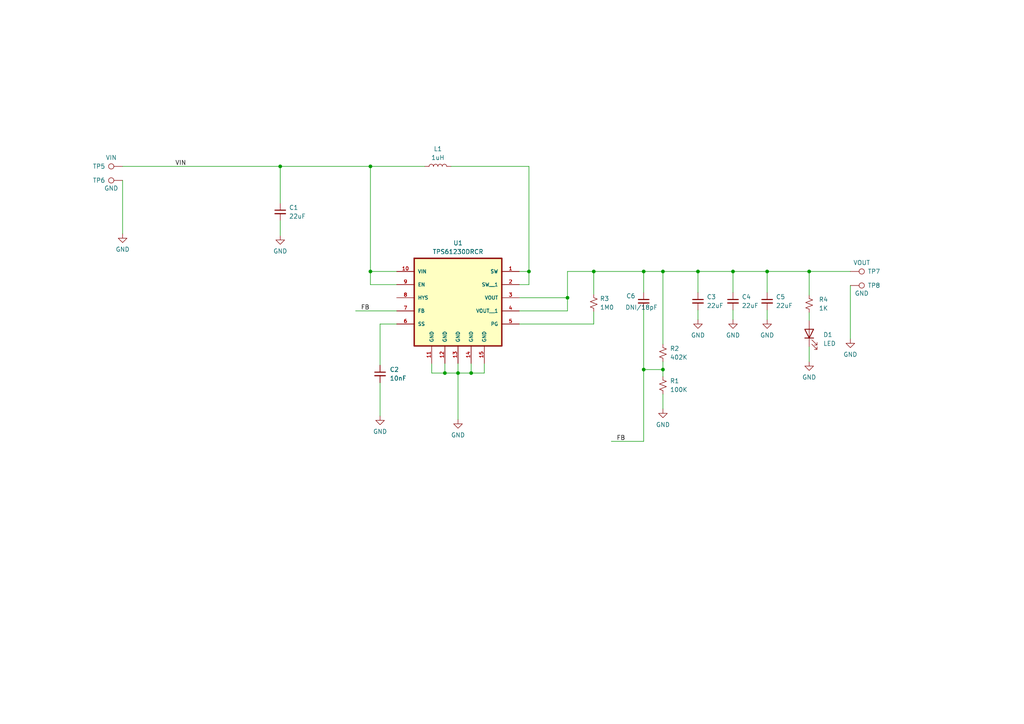
<source format=kicad_sch>
(kicad_sch (version 20230121) (generator eeschema)
  (paper "A4")
  (lib_symbols
    (symbol "Basic:TPS61230DRCR" (pin_names (offset 1.016))
      (property "Reference" "U" (at -12.7 11.16 0))
      (property "Value" "TPS61230DRCR" (at -12.7 -19.24 0))
      (symbol "TPS61230DRCR_0_0"
        (rectangle (start -12.7 -15.24) (end 12.7 10.16) (stroke (width 0.41)) (fill (type background)))
        (pin output line (at 17.78 6.35 180) (length 5.08) (name "SW") (number "1"))
        (pin input line (at -17.78 6.35 0) (length 5.08) (name "VIN") (number "10"))
        (pin power_in line (at -7.62 -20.32 90) (length 5.08) (name "GND") (number "11"))
        (pin output line (at 17.78 2.54 180) (length 5.08) (name "SW__1") (number "2"))
        (pin output line (at 17.78 -1.27 180) (length 5.08) (name "VOUT") (number "3"))
        (pin output line (at 17.78 -5.08 180) (length 5.08) (name "VOUT__1") (number "4"))
        (pin output line (at 17.78 -8.89 180) (length 5.08) (name "PG") (number "5"))
        (pin input line (at -17.78 -8.89 0) (length 5.08) (name "SS") (number "6"))
        (pin input line (at -17.78 -5.08 0) (length 5.08) (name "FB") (number "7"))
        (pin output line (at -17.78 -1.27 0) (length 5.08) (name "HYS") (number "8"))
        (pin input line (at -17.78 2.54 0) (length 5.08) (name "EN") (number "9"))
      )
      (symbol "TPS61230DRCR_1_0"
        (pin power_in line (at -3.81 -20.32 90) (length 5.08) (name "GND") (number "12"))
        (pin power_in line (at 0 -20.32 90) (length 5.08) (name "GND") (number "13"))
        (pin power_in line (at 3.81 -20.32 90) (length 5.08) (name "GND") (number "14"))
        (pin power_in line (at 7.62 -20.32 90) (length 5.08) (name "GND") (number "15"))
      )
    )
    (symbol "Connector:TestPoint" (pin_numbers hide) (pin_names (offset 0.762) hide)
      (property "Reference" "TP" (at 0 6.858 0))
      (property "Value" "TestPoint" (at 0 5.08 0))
      (symbol "TestPoint_0_1"
        (circle (center 0 3.302) (radius 0.762))
      )
      (symbol "TestPoint_1_1"
        (pin passive line (at 0 0 90) (length 2.54) (name "1") (number "1"))
      )
    )
    (symbol "Device:C_Small" (pin_numbers hide) (pin_names (offset 0.254) hide)
      (property "Reference" "C" (at 0.254 1.778 0))
      (property "Value" "C_Small" (at 0.254 -2.032 0))
      (symbol "C_Small_0_1"
        (polyline (pts (xy -1.524 -0.508) (xy 1.524 -0.508)) (stroke (width 0.3302)))
        (polyline (pts (xy -1.524 0.508) (xy 1.524 0.508)) (stroke (width 0.3048)))
      )
      (symbol "C_Small_1_1"
        (pin passive line (at 0 2.54 270) (length 2.032) (name "~") (number "1"))
        (pin passive line (at 0 -2.54 90) (length 2.032) (name "~") (number "2"))
      )
    )
    (symbol "Device:L" (pin_numbers hide) (pin_names (offset 1.016) hide)
      (property "Reference" "L" (at -1.27 0 90))
      (property "Value" "L" (at 1.905 0 90))
      (symbol "L_0_1"
        (arc (start 0 -2.54) (mid 0.6323 -1.905) (end 0 -1.27))
        (arc (start 0 -1.27) (mid 0.6323 -0.635) (end 0 0))
        (arc (start 0 0) (mid 0.6323 0.635) (end 0 1.27))
        (arc (start 0 1.27) (mid 0.6323 1.905) (end 0 2.54))
      )
      (symbol "L_1_1"
        (pin passive line (at 0 3.81 270) (length 1.27) (name "1") (number "1"))
        (pin passive line (at 0 -3.81 90) (length 1.27) (name "2") (number "2"))
      )
    )
    (symbol "Device:LED" (pin_numbers hide) (pin_names (offset 1.016) hide)
      (property "Reference" "D" (at 0 2.54 0))
      (property "Value" "LED" (at 0 -2.54 0))
      (symbol "LED_0_1"
        (polyline (pts (xy -1.27 -1.27) (xy -1.27 1.27)) (stroke (width 0.254)))
        (polyline (pts (xy -1.27 0) (xy 1.27 0)))
        (polyline (pts (xy 1.27 -1.27) (xy 1.27 1.27) (xy -1.27 0) (xy 1.27 -1.27)) (stroke (width 0.254)))
        (polyline (pts (xy -3.048 -0.762) (xy -4.572 -2.286) (xy -3.81 -2.286) (xy -4.572 -2.286) (xy -4.572 -1.524)))
        (polyline (pts (xy -1.778 -0.762) (xy -3.302 -2.286) (xy -2.54 -2.286) (xy -3.302 -2.286) (xy -3.302 -1.524)))
      )
      (symbol "LED_1_1"
        (pin passive line (at -3.81 0 0) (length 2.54) (name "K") (number "1"))
        (pin passive line (at 3.81 0 180) (length 2.54) (name "A") (number "2"))
      )
    )
    (symbol "Device:R_Small_US" (pin_numbers hide) (pin_names (offset 0.254) hide)
      (property "Reference" "R" (at 0.762 0.508 0))
      (property "Value" "R_Small_US" (at 0.762 -1.016 0))
      (symbol "R_Small_US_1_1"
        (polyline (pts (xy 0 0) (xy 1.016 -0.381) (xy 0 -0.762) (xy -1.016 -1.143) (xy 0 -1.524)))
        (polyline (pts (xy 0 1.524) (xy 1.016 1.143) (xy 0 0.762) (xy -1.016 0.381) (xy 0 0)))
        (pin passive line (at 0 2.54 270) (length 1.016) (name "~") (number "1"))
        (pin passive line (at 0 -2.54 90) (length 1.016) (name "~") (number "2"))
      )
    )
    (symbol "power:GND" (power) (pin_names (offset 0))
      (property "Value" "GND" (at 0 -3.81 0))
      (symbol "GND_0_1"
        (polyline (pts (xy 0 0) (xy 0 -1.27) (xy 1.27 -1.27) (xy 0 -2.54) (xy -1.27 -1.27) (xy 0 -1.27)))
      )
      (symbol "GND_1_1"
        (pin power_in line (at 0 0 270) (length 0) hide (name "GND") (number "1"))
      )
    )
  )
  (junction (at 153.416 78.74))
  (junction (at 164.592 86.36))
  (junction (at 81.28 48.26))
  (junction (at 212.598 78.74))
  (junction (at 186.69 78.74))
  (junction (at 107.442 48.26))
  (junction (at 172.212 78.74))
  (junction (at 192.278 107.188))
  (junction (at 186.69 107.188))
  (junction (at 132.842 108.204))
  (junction (at 129.032 108.204))
  (junction (at 136.652 108.204))
  (junction (at 192.278 78.74))
  (junction (at 234.696 78.74))
  (junction (at 222.504 78.74))
  (junction (at 107.442 78.74))
  (junction (at 202.438 78.74))
  (wire (pts (xy 164.592 90.17) (xy 164.592 86.36)))
  (wire (pts (xy 172.212 90.424) (xy 172.212 93.98)))
  (wire (pts (xy 234.696 85.598) (xy 234.696 78.74)))
  (wire (pts (xy 81.28 48.26) (xy 81.28 58.928)))
  (wire (pts (xy 35.56 48.26) (xy 81.28 48.26)))
  (wire (pts (xy 212.598 89.916) (xy 212.598 92.71)))
  (wire (pts (xy 150.622 86.36) (xy 164.592 86.36)))
  (wire (pts (xy 234.696 100.584) (xy 234.696 104.902)))
  (wire (pts (xy 129.032 105.41) (xy 129.032 108.204)))
  (wire (pts (xy 81.28 48.26) (xy 107.442 48.26)))
  (wire (pts (xy 150.622 93.98) (xy 172.212 93.98)))
  (wire (pts (xy 222.504 89.916) (xy 222.504 92.71)))
  (wire (pts (xy 246.634 82.804) (xy 246.634 98.298)))
  (wire (pts (xy 110.236 110.998) (xy 110.236 120.65)))
  (wire (pts (xy 115.062 93.98) (xy 110.236 93.98)))
  (wire (pts (xy 107.442 48.26) (xy 123.19 48.26)))
  (wire (pts (xy 177.292 128.016) (xy 186.69 128.016)))
  (wire (pts (xy 192.278 78.74) (xy 192.278 99.822)))
  (wire (pts (xy 136.652 108.204) (xy 133.096 108.204)))
  (wire (pts (xy 130.81 48.26) (xy 153.416 48.26)))
  (wire (pts (xy 192.278 78.74) (xy 202.438 78.74)))
  (wire (pts (xy 140.462 105.41) (xy 140.462 108.204)))
  (wire (pts (xy 222.504 78.74) (xy 222.504 84.836)))
  (wire (pts (xy 172.212 78.74) (xy 172.212 85.344)))
  (wire (pts (xy 202.438 89.916) (xy 202.438 92.71)))
  (wire (pts (xy 81.28 64.008) (xy 81.28 68.326)))
  (wire (pts (xy 132.842 105.41) (xy 132.842 108.204)))
  (wire (pts (xy 132.842 108.204) (xy 132.842 121.666)))
  (wire (pts (xy 115.062 82.55) (xy 107.442 82.55)))
  (wire (pts (xy 150.622 78.74) (xy 153.416 78.74)))
  (wire (pts (xy 164.592 78.74) (xy 172.212 78.74)))
  (wire (pts (xy 107.442 48.26) (xy 107.442 78.74)))
  (wire (pts (xy 125.222 108.204) (xy 129.032 108.204)))
  (wire (pts (xy 110.236 93.98) (xy 110.236 105.918)))
  (wire (pts (xy 153.416 78.74) (xy 153.416 82.55)))
  (wire (pts (xy 107.442 78.74) (xy 107.442 82.55)))
  (wire (pts (xy 212.598 78.74) (xy 222.504 78.74)))
  (wire (pts (xy 150.622 82.55) (xy 153.416 82.55)))
  (wire (pts (xy 129.032 108.204) (xy 132.842 108.204)))
  (wire (pts (xy 222.504 78.74) (xy 234.696 78.74)))
  (wire (pts (xy 192.278 104.902) (xy 192.278 107.188)))
  (wire (pts (xy 192.278 107.188) (xy 192.278 109.22)))
  (wire (pts (xy 125.222 105.41) (xy 125.222 108.204)))
  (wire (pts (xy 35.56 52.324) (xy 35.56 67.818)))
  (wire (pts (xy 192.278 107.188) (xy 186.69 107.188)))
  (wire (pts (xy 150.622 90.17) (xy 164.592 90.17)))
  (wire (pts (xy 153.416 48.26) (xy 153.416 78.74)))
  (wire (pts (xy 136.652 108.204) (xy 140.462 108.204)))
  (wire (pts (xy 202.438 78.74) (xy 212.598 78.74)))
  (wire (pts (xy 186.69 107.188) (xy 186.69 128.016)))
  (wire (pts (xy 192.278 114.3) (xy 192.278 118.618)))
  (wire (pts (xy 234.696 78.74) (xy 246.634 78.74)))
  (wire (pts (xy 164.592 86.36) (xy 164.592 78.74)))
  (wire (pts (xy 172.212 78.74) (xy 186.69 78.74)))
  (wire (pts (xy 186.69 89.916) (xy 186.69 107.188)))
  (wire (pts (xy 202.438 78.74) (xy 202.438 84.836)))
  (wire (pts (xy 212.598 78.74) (xy 212.598 84.836)))
  (wire (pts (xy 103.124 90.17) (xy 115.062 90.17)))
  (wire (pts (xy 136.652 105.41) (xy 136.652 108.204)))
  (wire (pts (xy 234.696 90.678) (xy 234.696 92.964)))
  (wire (pts (xy 186.69 78.74) (xy 192.278 78.74)))
  (wire (pts (xy 186.69 84.836) (xy 186.69 78.74)))
  (wire (pts (xy 115.062 78.74) (xy 107.442 78.74)))
  (label "FB" (at 104.648 90.17 0))
  (label "FB" (at 178.816 128.016 0))
  (label "VIN" (at 50.8 48.26 0))
  (symbol (lib_id "Device:C_Small") (at 110.236 108.458 0) (unit 1)
    (property "Reference" "C2" (at 113.03 107.1943 0) (effects (justify left)))
    (property "Value" "10nF" (at 113.03 109.7343 0) (effects (justify left)))
    (property "Footprint" "Capacitor_SMD:C_0603_1608Metric" (effects hide))
  )
  (symbol (lib_id "Device:R_Small_US") (at 172.212 87.884 0) (unit 1)
    (property "Reference" "R3" (at 173.99 86.614 0) (effects (justify left)))
    (property "Value" "1M0" (at 173.99 89.154 0) (effects (justify left)))
    (property "Footprint" "Resistor_SMD:R_0603_1608Metric_Pad0.98x0.95mm_HandSolder" (effects hide))
  )
  (symbol (lib_id "power:GND") (at 246.634 98.298 0) (mirror y) (unit 1)
    (property "Reference" "#PWR014" (effects hide))
    (property "Value" "GND" (at 246.634 102.8192 0))
  )
  (symbol (lib_id "power:GND") (at 212.598 92.71 0) (unit 1)
    (property "Reference" "#PWR010" (effects hide))
    (property "Value" "GND" (at 212.598 97.2312 0))
  )
  (symbol (lib_id "Device:C_Small") (at 81.28 61.468 0) (unit 1)
    (property "Reference" "C1" (at 83.82 60.2043 0) (effects (justify left)))
    (property "Value" "22uF" (at 83.82 62.7443 0) (effects (justify left)))
    (property "Footprint" "Capacitor_SMD:C_0805_2012Metric" (effects hide))
  )
  (symbol (lib_id "power:GND") (at 222.504 92.71 0) (unit 1)
    (property "Reference" "#PWR011" (effects hide))
    (property "Value" "GND" (at 222.504 97.2312 0))
  )
  (symbol (lib_id "Device:R_Small_US") (at 192.278 111.76 0) (unit 1)
    (property "Reference" "R1" (at 194.31 110.49 0) (effects (justify left)))
    (property "Value" "100K" (at 194.31 113.03 0) (effects (justify left)))
    (property "Footprint" "Resistor_SMD:R_0603_1608Metric_Pad0.98x0.95mm_HandSolder" (effects hide))
  )
  (symbol (lib_id "power:GND") (at 35.56 67.818 0) (unit 1)
    (property "Reference" "#PWR06" (effects hide))
    (property "Value" "GND" (at 35.56 72.3392 0))
  )
  (symbol (lib_id "Device:C_Small") (at 222.504 87.376 0) (unit 1)
    (property "Reference" "C5" (at 225.044 86.1123 0) (effects (justify left)))
    (property "Value" "22uF" (at 225.044 88.6523 0) (effects (justify left)))
    (property "Footprint" "Capacitor_SMD:C_0805_2012Metric" (effects hide))
  )
  (symbol (lib_id "power:GND") (at 81.28 68.326 0) (unit 1)
    (property "Reference" "#PWR05" (effects hide))
    (property "Value" "GND" (at 81.28 72.8472 0))
  )
  (symbol (lib_id "Device:C_Small") (at 212.598 87.376 0) (unit 1)
    (property "Reference" "C4" (at 215.138 86.1123 0) (effects (justify left)))
    (property "Value" "22uF" (at 215.138 88.6523 0) (effects (justify left)))
    (property "Footprint" "Capacitor_SMD:C_0805_2012Metric" (effects hide))
  )
  (symbol (lib_id "Connector:TestPoint") (at 246.634 82.804 270) (mirror x) (unit 1)
    (property "Reference" "TP8" (at 253.492 82.804 90))
    (property "Value" "GND" (at 249.936 85.09 90))
    (property "Footprint" "TestPoint:TestPoint_THTPad_1.5x1.5mm_Drill0.7mm" (effects hide))
  )
  (symbol (lib_id "Device:C_Small") (at 186.69 87.376 0) (unit 1)
    (property "Reference" "C6" (at 181.61 85.852 0) (effects (justify left)))
    (property "Value" "DNI/18pF" (at 181.356 89.154 0) (effects (justify left)))
    (property "Footprint" "Capacitor_SMD:C_0603_1608Metric" (effects hide))
  )
  (symbol (lib_id "power:GND") (at 192.278 118.618 0) (unit 1)
    (property "Reference" "#PWR012" (effects hide))
    (property "Value" "GND" (at 192.278 123.19 0))
  )
  (symbol (lib_id "power:GND") (at 234.696 104.902 0) (mirror y) (unit 1)
    (property "Reference" "#PWR02" (effects hide))
    (property "Value" "GND" (at 234.696 109.4232 0))
  )
  (symbol (lib_id "Connector:TestPoint") (at 35.56 52.324 90) (unit 1)
    (property "Reference" "TP6" (at 28.702 52.324 90))
    (property "Value" "GND" (at 32.258 54.61 90))
    (property "Footprint" "TestPoint:TestPoint_THTPad_1.5x1.5mm_Drill0.7mm" (effects hide))
  )
  (symbol (lib_id "Connector:TestPoint") (at 246.634 78.74 270) (mirror x) (unit 1)
    (property "Reference" "TP7" (at 253.492 78.74 90))
    (property "Value" "VOUT" (at 249.936 76.2 90))
    (property "Footprint" "TestPoint:TestPoint_THTPad_1.5x1.5mm_Drill0.7mm" (effects hide))
  )
  (symbol (lib_id "Basic:TPS61230DRCR") (at 132.842 85.09 0) (unit 1)
    (property "Reference" "U1" (at 132.842 70.485 0))
    (property "Value" "TPS61230DRCR" (at 132.842 73.025 0))
    (property "Footprint" "TPS61230DRCR:VREG_V62_16624-01YE" (effects hide))
  )
  (symbol (lib_id "power:GND") (at 202.438 92.71 0) (unit 1)
    (property "Reference" "#PWR09" (effects hide))
    (property "Value" "GND" (at 202.438 97.2312 0))
  )
  (symbol (lib_id "Connector:TestPoint") (at 35.56 48.26 90) (unit 1)
    (property "Reference" "TP5" (at 28.702 48.26 90))
    (property "Value" "VIN" (at 32.258 45.72 90))
    (property "Footprint" "TestPoint:TestPoint_THTPad_1.5x1.5mm_Drill0.7mm" (effects hide))
  )
  (symbol (lib_id "power:GND") (at 132.842 121.666 0) (unit 1)
    (property "Reference" "#PWR07" (effects hide))
    (property "Value" "GND" (at 132.842 126.1872 0))
  )
  (symbol (lib_id "Device:L") (at 127 48.26 90) (unit 1)
    (property "Reference" "L1" (at 127 43.18 90))
    (property "Value" "1uH" (at 127 45.72 90))
    (property "Footprint" "Basic:IND_EXLA-0402_EAT" (effects hide))
  )
  (symbol (lib_id "Device:R_Small_US") (at 234.696 88.138 0) (unit 1)
    (property "Reference" "R4" (at 237.49 86.868 0) (effects (justify left)))
    (property "Value" "1K" (at 237.49 89.408 0) (effects (justify left)))
    (property "Footprint" "Resistor_SMD:R_0603_1608Metric_Pad0.98x0.95mm_HandSolder" (effects hide))
  )
  (symbol (lib_id "Device:C_Small") (at 202.438 87.376 0) (unit 1)
    (property "Reference" "C3" (at 204.978 86.1123 0) (effects (justify left)))
    (property "Value" "22uF" (at 204.978 88.6523 0) (effects (justify left)))
    (property "Footprint" "Capacitor_SMD:C_0805_2012Metric" (effects hide))
  )
  (symbol (lib_id "Device:R_Small_US") (at 192.278 102.362 0) (unit 1)
    (property "Reference" "R2" (at 194.31 101.092 0) (effects (justify left)))
    (property "Value" "402K" (at 194.31 103.632 0) (effects (justify left)))
    (property "Footprint" "Resistor_SMD:R_0603_1608Metric_Pad0.98x0.95mm_HandSolder" (effects hide))
  )
  (symbol (lib_id "power:GND") (at 110.236 120.65 0) (unit 1)
    (property "Reference" "#PWR01" (effects hide))
    (property "Value" "GND" (at 110.236 125.1712 0))
  )
  (symbol (lib_id "Device:LED") (at 234.696 96.774 90) (unit 1)
    (property "Reference" "D1" (at 238.76 97.0915 90) (effects (justify right)))
    (property "Value" "LED" (at 238.76 99.6315 90) (effects (justify right)))
    (property "Footprint" "LED_SMD:LED_0805_2012Metric" (effects hide))
  )
)
</source>
